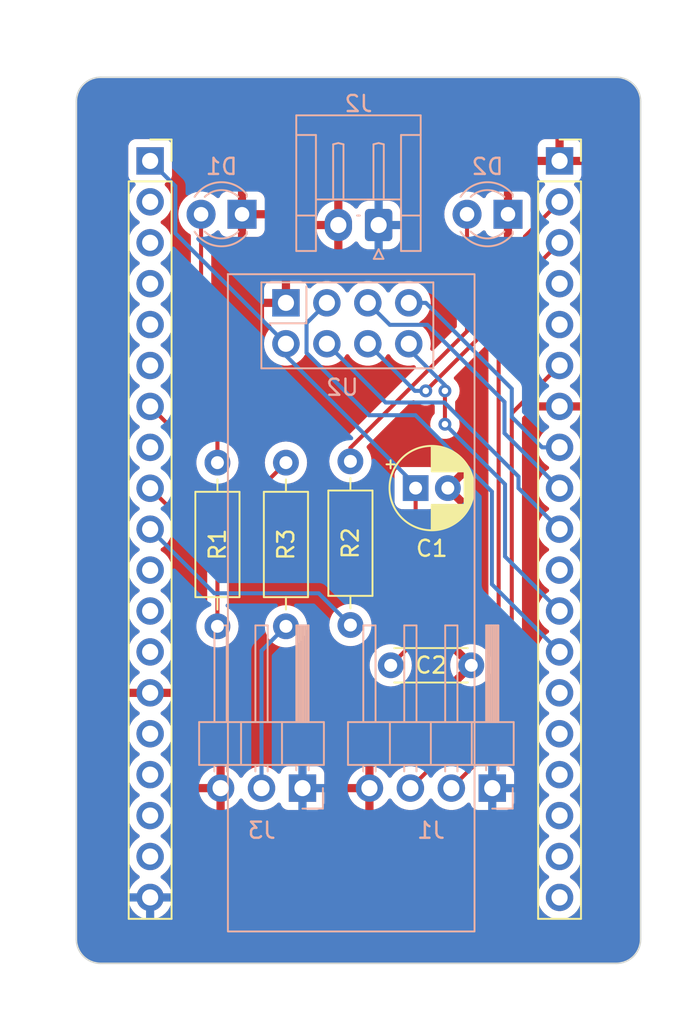
<source format=kicad_pcb>
(kicad_pcb (version 20221018) (generator pcbnew)
  (layers (0 "F.Cu" signal) (31 "B.Cu" signal) (34 "B.Paste" user) (35 "F.Paste" user) (36 "B.SilkS" user "B.Silkscreen") (37 "F.SilkS" user "F.Silkscreen") (38 "B.Mask" user) (39 "F.Mask" user) (44 "Edge.Cuts" user))
  (net 0 "")
  (net 1 "+5V")
  (net 2 "/SDA")
  (net 3 "/SCL")
  (net 4 "GND")
  (net 5 "+3.3V")
  (net 11 "Net-(D1-Pad2)")
  (net 13 "Net-(D2-Pad2)")
  (net 14 "/LEDSTRIPE")
  (net 23 "/MOSI")
  (net 26 "/MISO")
  (net 27 "/SCK")
  (net 28 "/~{CSN}")
  (net 29 "/IRQ")
  (net 30 "/CE")
  (net 37 "/LED1")
  (net 38 "/LED2")
  (net 39 "Net-(J3-Pad2)")
  (footprint "Resistor_THT:R_Axial_DIN0207_L6.3mm_D2.5mm_P10.16mm_Horizontal" (layer "F.Cu") (at 129.5 104.92 -90)
    (fp_text reference "R3" (at 5.08 0 90) (layer "F.SilkS"))
    (fp_text value "390R")
    (fp_line (start 1.04 0) (end 1.81 0) (stroke (width 0.12)) (layer "F.SilkS"))
    (fp_line (start 1.81 -1.37) (end 1.81 1.37) (stroke (width 0.12)) (layer "F.SilkS"))
    (fp_line (start 1.81 1.37) (end 8.35 1.37) (stroke (width 0.12)) (layer "F.SilkS"))
    (fp_line (start 8.35 -1.37) (end 1.81 -1.37) (stroke (width 0.12)) (layer "F.SilkS"))
    (fp_line (start 8.35 1.37) (end 8.35 -1.37) (stroke (width 0.12)) (layer "F.SilkS"))
    (fp_line (start 9.12 0) (end 8.35 0) (stroke (width 0.12)) (layer "F.SilkS"))
    (pad "1" thru_hole circle (at 0 0 270) (size 1.6 1.6) (drill 0.8) (layers "*.Cu" "*.Mask") (net 14 "/LEDSTRIPE"))
    (pad "2" thru_hole oval (at 10.16 0 270) (size 1.6 1.6) (drill 0.8) (layers "*.Cu" "*.Mask") (net 39 "Net-(J3-Pad2)"))
  )
  (footprint "Resistor_THT:R_Axial_DIN0207_L6.3mm_D2.5mm_P10.16mm_Horizontal" (layer "F.Cu") (at 133.5 115 90)
    (fp_text reference "R2" (at 5.08 0 90) (layer "F.SilkS"))
    (fp_text value "68R")
    (fp_line (start 1.04 0) (end 1.81 0) (stroke (width 0.12)) (layer "F.SilkS"))
    (fp_line (start 1.81 -1.37) (end 1.81 1.37) (stroke (width 0.12)) (layer "F.SilkS"))
    (fp_line (start 1.81 1.37) (end 8.35 1.37) (stroke (width 0.12)) (layer "F.SilkS"))
    (fp_line (start 8.35 -1.37) (end 1.81 -1.37) (stroke (width 0.12)) (layer "F.SilkS"))
    (fp_line (start 8.35 1.37) (end 8.35 -1.37) (stroke (width 0.12)) (layer "F.SilkS"))
    (fp_line (start 9.12 0) (end 8.35 0) (stroke (width 0.12)) (layer "F.SilkS"))
    (pad "1" thru_hole circle (at 0 0 90) (size 1.6 1.6) (drill 0.8) (layers "*.Cu" "*.Mask") (net 38 "/LED2"))
    (pad "2" thru_hole oval (at 10.16 0 90) (size 1.6 1.6) (drill 0.8) (layers "*.Cu" "*.Mask") (net 13 "Net-(D2-Pad2)"))
  )
  (footprint "Resistor_THT:R_Axial_DIN0207_L6.3mm_D2.5mm_P10.16mm_Horizontal" (layer "F.Cu") (at 125.25 115.08 90)
    (fp_text reference "R1" (at 5.08 0 90) (layer "F.SilkS"))
    (fp_text value "68R")
    (fp_line (start 1.04 0) (end 1.81 0) (stroke (width 0.12)) (layer "F.SilkS"))
    (fp_line (start 1.81 -1.37) (end 1.81 1.37) (stroke (width 0.12)) (layer "F.SilkS"))
    (fp_line (start 1.81 1.37) (end 8.35 1.37) (stroke (width 0.12)) (layer "F.SilkS"))
    (fp_line (start 8.35 -1.37) (end 1.81 -1.37) (stroke (width 0.12)) (layer "F.SilkS"))
    (fp_line (start 8.35 1.37) (end 8.35 -1.37) (stroke (width 0.12)) (layer "F.SilkS"))
    (fp_line (start 9.12 0) (end 8.35 0) (stroke (width 0.12)) (layer "F.SilkS"))
    (pad "1" thru_hole circle (at 0 0 90) (size 1.6 1.6) (drill 0.8) (layers "*.Cu" "*.Mask") (net 37 "/LED1"))
    (pad "2" thru_hole oval (at 10.16 0 90) (size 1.6 1.6) (drill 0.8) (layers "*.Cu" "*.Mask") (net 11 "Net-(D1-Pad2)"))
  )
  (footprint "Capacitor_THT:CP_Radial_D5.0mm_P2.00mm" (layer "F.Cu") (at 137.544888 106.5)
    (fp_text reference "C1" (at 1 3.75) (layer "F.SilkS"))
    (fp_text value "10uF")
    (fp_line (start -1.804775 -1.475) (end -1.304775 -1.475) (stroke (width 0.12)) (layer "F.SilkS"))
    (fp_line (start -1.554775 -1.725) (end -1.554775 -1.225) (stroke (width 0.12)) (layer "F.SilkS"))
    (fp_line (start 1 -2.58) (end 1 -1.04) (stroke (width 0.12)) (layer "F.SilkS"))
    (fp_line (start 1 1.04) (end 1 2.58) (stroke (width 0.12)) (layer "F.SilkS"))
    (fp_line (start 1.04 -2.58) (end 1.04 -1.04) (stroke (width 0.12)) (layer "F.SilkS"))
    (fp_line (start 1.04 1.04) (end 1.04 2.58) (stroke (width 0.12)) (layer "F.SilkS"))
    (fp_line (start 1.08 -2.579) (end 1.08 -1.04) (stroke (width 0.12)) (layer "F.SilkS"))
    (fp_line (start 1.08 1.04) (end 1.08 2.579) (stroke (width 0.12)) (layer "F.SilkS"))
    (fp_line (start 1.12 -2.578) (end 1.12 -1.04) (stroke (width 0.12)) (layer "F.SilkS"))
    (fp_line (start 1.12 1.04) (end 1.12 2.578) (stroke (width 0.12)) (layer "F.SilkS"))
    (fp_line (start 1.16 -2.576) (end 1.16 -1.04) (stroke (width 0.12)) (layer "F.SilkS"))
    (fp_line (start 1.16 1.04) (end 1.16 2.576) (stroke (width 0.12)) (layer "F.SilkS"))
    (fp_line (start 1.2 -2.573) (end 1.2 -1.04) (stroke (width 0.12)) (layer "F.SilkS"))
    (fp_line (start 1.2 1.04) (end 1.2 2.573) (stroke (width 0.12)) (layer "F.SilkS"))
    (fp_line (start 1.24 -2.569) (end 1.24 -1.04) (stroke (width 0.12)) (layer "F.SilkS"))
    (fp_line (start 1.24 1.04) (end 1.24 2.569) (stroke (width 0.12)) (layer "F.SilkS"))
    (fp_line (start 1.28 -2.565) (end 1.28 -1.04) (stroke (width 0.12)) (layer "F.SilkS"))
    (fp_line (start 1.28 1.04) (end 1.28 2.565) (stroke (width 0.12)) (layer "F.SilkS"))
    (fp_line (start 1.32 -2.561) (end 1.32 -1.04) (stroke (width 0.12)) (layer "F.SilkS"))
    (fp_line (start 1.32 1.04) (end 1.32 2.561) (stroke (width 0.12)) (layer "F.SilkS"))
    (fp_line (start 1.36 -2.556) (end 1.36 -1.04) (stroke (width 0.12)) (layer "F.SilkS"))
    (fp_line (start 1.36 1.04) (end 1.36 2.556) (stroke (width 0.12)) (layer "F.SilkS"))
    (fp_line (start 1.4 -2.55) (end 1.4 -1.04) (stroke (width 0.12)) (layer "F.SilkS"))
    (fp_line (start 1.4 1.04) (end 1.4 2.55) (stroke (width 0.12)) (layer "F.SilkS"))
    (fp_line (start 1.44 -2.543) (end 1.44 -1.04) (stroke (width 0.12)) (layer "F.SilkS"))
    (fp_line (start 1.44 1.04) (end 1.44 2.543) (stroke (width 0.12)) (layer "F.SilkS"))
    (fp_line (start 1.48 -2.536) (end 1.48 -1.04) (stroke (width 0.12)) (layer "F.SilkS"))
    (fp_line (start 1.48 1.04) (end 1.48 2.536) (stroke (width 0.12)) (layer "F.SilkS"))
    (fp_line (start 1.52 -2.528) (end 1.52 -1.04) (stroke (width 0.12)) (layer "F.SilkS"))
    (fp_line (start 1.52 1.04) (end 1.52 2.528) (stroke (width 0.12)) (layer "F.SilkS"))
    (fp_line (start 1.56 -2.52) (end 1.56 -1.04) (stroke (width 0.12)) (layer "F.SilkS"))
    (fp_line (start 1.56 1.04) (end 1.56 2.52) (stroke (width 0.12)) (layer "F.SilkS"))
    (fp_line (start 1.6 -2.511) (end 1.6 -1.04) (stroke (width 0.12)) (layer "F.SilkS"))
    (fp_line (start 1.6 1.04) (end 1.6 2.511) (stroke (width 0.12)) (layer "F.SilkS"))
    (fp_line (start 1.64 -2.501) (end 1.64 -1.04) (stroke (width 0.12)) (layer "F.SilkS"))
    (fp_line (start 1.64 1.04) (end 1.64 2.501) (stroke (width 0.12)) (layer "F.SilkS"))
    (fp_line (start 1.68 -2.491) (end 1.68 -1.04) (stroke (width 0.12)) (layer "F.SilkS"))
    (fp_line (start 1.68 1.04) (end 1.68 2.491) (stroke (width 0.12)) (layer "F.SilkS"))
    (fp_line (start 1.721 -2.48) (end 1.721 -1.04) (stroke (width 0.12)) (layer "F.SilkS"))
    (fp_line (start 1.721 1.04) (end 1.721 2.48) (stroke (width 0.12)) (layer "F.SilkS"))
    (fp_line (start 1.761 -2.468) (end 1.761 -1.04) (stroke (width 0.12)) (layer "F.SilkS"))
    (fp_line (start 1.761 1.04) (end 1.761 2.468) (stroke (width 0.12)) (layer "F.SilkS"))
    (fp_line (start 1.801 -2.455) (end 1.801 -1.04) (stroke (width 0.12)) (layer "F.SilkS"))
    (fp_line (start 1.801 1.04) (end 1.801 2.455) (stroke (width 0.12)) (layer "F.SilkS"))
    (fp_line (start 1.841 -2.442) (end 1.841 -1.04) (stroke (width 0.12)) (layer "F.SilkS"))
    (fp_line (start 1.841 1.04) (end 1.841 2.442) (stroke (width 0.12)) (layer "F.SilkS"))
    (fp_line (start 1.881 -2.428) (end 1.881 -1.04) (stroke (width 0.12)) (layer "F.SilkS"))
    (fp_line (start 1.881 1.04) (end 1.881 2.428) (stroke (width 0.12)) (layer "F.SilkS"))
    (fp_line (start 1.921 -2.414) (end 1.921 -1.04) (stroke (width 0.12)) (layer "F.SilkS"))
    (fp_line (start 1.921 1.04) (end 1.921 2.414) (stroke (width 0.12)) (layer "F.SilkS"))
    (fp_line (start 1.961 -2.398) (end 1.961 -1.04) (stroke (width 0.12)) (layer "F.SilkS"))
    (fp_line (start 1.961 1.04) (end 1.961 2.398) (stroke (width 0.12)) (layer "F.SilkS"))
    (fp_line (start 2.001 -2.382) (end 2.001 -1.04) (stroke (width 0.12)) (layer "F.SilkS"))
    (fp_line (start 2.001 1.04) (end 2.001 2.382) (stroke (width 0.12)) (layer "F.SilkS"))
    (fp_line (start 2.041 -2.365) (end 2.041 -1.04) (stroke (width 0.12)) (layer "F.SilkS"))
    (fp_line (start 2.041 1.04) (end 2.041 2.365) (stroke (width 0.12)) (layer "F.SilkS"))
    (fp_line (start 2.081 -2.348) (end 2.081 -1.04) (stroke (width 0.12)) (layer "F.SilkS"))
    (fp_line (start 2.081 1.04) (end 2.081 2.348) (stroke (width 0.12)) (layer "F.SilkS"))
    (fp_line (start 2.121 -2.329) (end 2.121 -1.04) (stroke (width 0.12)) (layer "F.SilkS"))
    (fp_line (start 2.121 1.04) (end 2.121 2.329) (stroke (width 0.12)) (layer "F.SilkS"))
    (fp_line (start 2.161 -2.31) (end 2.161 -1.04) (stroke (width 0.12)) (layer "F.SilkS"))
    (fp_line (start 2.161 1.04) (end 2.161 2.31) (stroke (width 0.12)) (layer "F.SilkS"))
    (fp_line (start 2.201 -2.29) (end 2.201 -1.04) (stroke (width 0.12)) (layer "F.SilkS"))
    (fp_line (start 2.201 1.04) (end 2.201 2.29) (stroke (width 0.12)) (layer "F.SilkS"))
    (fp_line (start 2.241 -2.268) (end 2.241 -1.04) (stroke (width 0.12)) (layer "F.SilkS"))
    (fp_line (start 2.241 1.04) (end 2.241 2.268) (stroke (width 0.12)) (layer "F.SilkS"))
    (fp_line (start 2.281 -2.247) (end 2.281 -1.04) (stroke (width 0.12)) (layer "F.SilkS"))
    (fp_line (start 2.281 1.04) (end 2.281 2.247) (stroke (width 0.12)) (layer "F.SilkS"))
    (fp_line (start 2.321 -2.224) (end 2.321 -1.04) (stroke (width 0.12)) (layer "F.SilkS"))
    (fp_line (start 2.321 1.04) (end 2.321 2.224) (stroke (width 0.12)) (layer "F.SilkS"))
    (fp_line (start 2.361 -2.2) (end 2.361 -1.04) (stroke (width 0.12)) (layer "F.SilkS"))
    (fp_line (start 2.361 1.04) (end 2.361 2.2) (stroke (width 0.12)) (layer "F.SilkS"))
    (fp_line (start 2.401 -2.175) (end 2.401 -1.04) (stroke (width 0.12)) (layer "F.SilkS"))
    (fp_line (start 2.401 1.04) (end 2.401 2.175) (stroke (width 0.12)) (layer "F.SilkS"))
    (fp_line (start 2.441 -2.149) (end 2.441 -1.04) (stroke (width 0.12)) (layer "F.SilkS"))
    (fp_line (start 2.441 1.04) (end 2.441 2.149) (stroke (width 0.12)) (layer "F.SilkS"))
    (fp_line (start 2.481 -2.122) (end 2.481 -1.04) (stroke (width 0.12)) (layer "F.SilkS"))
    (fp_line (start 2.481 1.04) (end 2.481 2.122) (stroke (width 0.12)) (layer "F.SilkS"))
    (fp_line (start 2.521 -2.095) (end 2.521 -1.04) (stroke (width 0.12)) (layer "F.SilkS"))
    (fp_line (start 2.521 1.04) (end 2.521 2.095) (stroke (width 0.12)) (layer "F.SilkS"))
    (fp_line (start 2.561 -2.065) (end 2.561 -1.04) (stroke (width 0.12)) (layer "F.SilkS"))
    (fp_line (start 2.561 1.04) (end 2.561 2.065) (stroke (width 0.12)) (layer "F.SilkS"))
    (fp_line (start 2.601 -2.035) (end 2.601 -1.04) (stroke (width 0.12)) (layer "F.SilkS"))
    (fp_line (start 2.601 1.04) (end 2.601 2.035) (stroke (width 0.12)) (layer "F.SilkS"))
    (fp_line (start 2.641 -2.004) (end 2.641 -1.04) (stroke (width 0.12)) (layer "F.SilkS"))
    (fp_line (start 2.641 1.04) (end 2.641 2.004) (stroke (width 0.12)) (layer "F.SilkS"))
    (fp_line (start 2.681 -1.971) (end 2.681 -1.04) (stroke (width 0.12)) (layer "F.SilkS"))
    (fp_line (start 2.681 1.04) (end 2.681 1.971) (stroke (width 0.12)) (layer "F.SilkS"))
    (fp_line (start 2.721 -1.937) (end 2.721 -1.04) (stroke (width 0.12)) (layer "F.SilkS"))
    (fp_line (start 2.721 1.04) (end 2.721 1.937) (stroke (width 0.12)) (layer "F.SilkS"))
    (fp_line (start 2.761 -1.901) (end 2.761 -1.04) (stroke (width 0.12)) (layer "F.SilkS"))
    (fp_line (start 2.761 1.04) (end 2.761 1.901) (stroke (width 0.12)) (layer "F.SilkS"))
    (fp_line (start 2.801 -1.864) (end 2.801 -1.04) (stroke (width 0.12)) (layer "F.SilkS"))
    (fp_line (start 2.801 1.04) (end 2.801 1.864) (stroke (width 0.12)) (layer "F.SilkS"))
    (fp_line (start 2.841 -1.826) (end 2.841 -1.04) (stroke (width 0.12)) (layer "F.SilkS"))
    (fp_line (start 2.841 1.04) (end 2.841 1.826) (stroke (width 0.12)) (layer "F.SilkS"))
    (fp_line (start 2.881 -1.785) (end 2.881 -1.04) (stroke (width 0.12)) (layer "F.SilkS"))
    (fp_line (start 2.881 1.04) (end 2.881 1.785) (stroke (width 0.12)) (layer "F.SilkS"))
    (fp_line (start 2.921 -1.743) (end 2.921 -1.04) (stroke (width 0.12)) (layer "F.SilkS"))
    (fp_line (start 2.921 1.04) (end 2.921 1.743) (stroke (width 0.12)) (layer "F.SilkS"))
    (fp_line (start 2.961 -1.699) (end 2.961 -1.04) (stroke (width 0.12)) (layer "F.SilkS"))
    (fp_line (start 2.961 1.04) (end 2.961 1.699) (stroke (width 0.12)) (layer "F.SilkS"))
    (fp_line (start 3.001 -1.653) (end 3.001 -1.04) (stroke (width 0.12)) (layer "F.SilkS"))
    (fp_line (start 3.001 1.04) (end 3.001 1.653) (stroke (width 0.12)) (layer "F.SilkS"))
    (fp_line (start 3.041 -1.605) (end 3.041 1.605) (stroke (width 0.12)) (layer "F.SilkS"))
    (fp_line (start 3.081 -1.554) (end 3.081 1.554) (stroke (width 0.12)) (layer "F.SilkS"))
    (fp_line (start 3.121 -1.5) (end 3.121 1.5) (stroke (width 0.12)) (layer "F.SilkS"))
    (fp_line (start 3.161 -1.443) (end 3.161 1.443) (stroke (width 0.12)) (layer "F.SilkS"))
    (fp_line (start 3.201 -1.383) (end 3.201 1.383) (stroke (width 0.12)) (layer "F.SilkS"))
    (fp_line (start 3.241 -1.319) (end 3.241 1.319) (stroke (width 0.12)) (layer "F.SilkS"))
    (fp_line (start 3.281 -1.251) (end 3.281 1.251) (stroke (width 0.12)) (layer "F.SilkS"))
    (fp_line (start 3.321 -1.178) (end 3.321 1.178) (stroke (width 0.12)) (layer "F.SilkS"))
    (fp_line (start 3.361 -1.098) (end 3.361 1.098) (stroke (width 0.12)) (layer "F.SilkS"))
    (fp_line (start 3.401 -1.011) (end 3.401 1.011) (stroke (width 0.12)) (layer "F.SilkS"))
    (fp_line (start 3.441 -0.915) (end 3.441 0.915) (stroke (width 0.12)) (layer "F.SilkS"))
    (fp_line (start 3.481 -0.805) (end 3.481 0.805) (stroke (width 0.12)) (layer "F.SilkS"))
    (fp_line (start 3.521 -0.677) (end 3.521 0.677) (stroke (width 0.12)) (layer "F.SilkS"))
    (fp_line (start 3.561 -0.518) (end 3.561 0.518) (stroke (width 0.12)) (layer "F.SilkS"))
    (fp_line (start 3.601 -0.284) (end 3.601 0.284) (stroke (width 0.12)) (layer "F.SilkS"))
    (fp_circle (center 1 0) (end 3.62 0) (stroke (width 0.12)) (fill none) (layer "F.SilkS"))
    (pad "1" thru_hole rect (at 0 0) (size 1.6 1.6) (drill 0.8) (layers "*.Cu" "*.Mask") (net 5 "+3.3V"))
    (pad "2" thru_hole circle (at 2 0) (size 1.6 1.6) (drill 0.8) (layers "*.Cu" "*.Mask") (net 4 "GND"))
  )
  (footprint "Capacitor_THT:C_Disc_D4.3mm_W1.9mm_P5.00mm" (layer "F.Cu") (at 136 117.5)
    (fp_text reference "C2" (at 2.5 0) (layer "F.SilkS"))
    (fp_text value "100nF")
    (fp_line (start 0.23 -1.07) (end 0.23 -1.055) (stroke (width 0.12)) (layer "F.SilkS"))
    (fp_line (start 0.23 -1.07) (end 4.77 -1.07) (stroke (width 0.12)) (layer "F.SilkS"))
    (fp_line (start 0.23 1.055) (end 0.23 1.07) (stroke (width 0.12)) (layer "F.SilkS"))
    (fp_line (start 0.23 1.07) (end 4.77 1.07) (stroke (width 0.12)) (layer "F.SilkS"))
    (fp_line (start 4.77 -1.07) (end 4.77 -1.055) (stroke (width 0.12)) (layer "F.SilkS"))
    (fp_line (start 4.77 1.055) (end 4.77 1.07) (stroke (width 0.12)) (layer "F.SilkS"))
    (pad "1" thru_hole circle (at 0 0) (size 1.6 1.6) (drill 0.8) (layers "*.Cu" "*.Mask") (net 5 "+3.3V"))
    (pad "2" thru_hole circle (at 5 0) (size 1.6 1.6) (drill 0.8) (layers "*.Cu" "*.Mask") (net 4 "GND"))
  )
  (footprint "ESP32-NodeMCU_WROOM_32:ESP32-NodeMCU_WROOM_32" (layer "F.Cu") (at 121.075 86.19)
    (fp_text reference "U1" hide)
    (fp_text value "ESP32-DEVKITC-32D")
    (fp_line (start -1.33 1.27) (end -1.33 47.05) (stroke (width 0.12)) (layer "F.SilkS"))
    (fp_line (start -1.33 1.27) (end 1.33 1.27) (stroke (width 0.12)) (layer "F.SilkS"))
    (fp_line (start -1.33 47.05) (end 1.33 47.05) (stroke (width 0.12)) (layer "F.SilkS"))
    (fp_line (start 0 -1.33) (end 1.33 -1.33) (stroke (width 0.12)) (layer "F.SilkS"))
    (fp_line (start 1.33 -1.33) (end 1.33 0) (stroke (width 0.12)) (layer "F.SilkS"))
    (fp_line (start 1.33 1.27) (end 1.33 47.05) (stroke (width 0.12)) (layer "F.SilkS"))
    (fp_line (start 24.07 1.27) (end 24.07 47.05) (stroke (width 0.12)) (layer "F.SilkS"))
    (fp_line (start 24.07 1.27) (end 26.73 1.27) (stroke (width 0.12)) (layer "F.SilkS"))
    (fp_line (start 24.07 47.05) (end 26.73 47.05) (stroke (width 0.12)) (layer "F.SilkS"))
    (fp_line (start 25.4 -1.33) (end 26.73 -1.33) (stroke (width 0.12)) (layer "F.SilkS"))
    (fp_line (start 26.73 -1.33) (end 26.73 0) (stroke (width 0.12)) (layer "F.SilkS"))
    (fp_line (start 26.73 1.27) (end 26.73 47.05) (stroke (width 0.12)) (layer "F.SilkS"))
    (pad "1" thru_hole rect (at 0 0) (size 1.7 1.7) (drill 1) (layers "*.Cu" "*.Mask") (net 5 "+3.3V"))
    (pad "2" thru_hole oval (at 0 2.54) (size 1.7 1.7) (drill 1) (layers "*.Cu" "*.Mask"))
    (pad "3" thru_hole oval (at 0 5.08) (size 1.7 1.7) (drill 1) (layers "*.Cu" "*.Mask"))
    (pad "4" thru_hole oval (at 0 7.62) (size 1.7 1.7) (drill 1) (layers "*.Cu" "*.Mask"))
    (pad "5" thru_hole oval (at 0 10.16) (size 1.7 1.7) (drill 1) (layers "*.Cu" "*.Mask"))
    (pad "6" thru_hole oval (at 0 12.7) (size 1.7 1.7) (drill 1) (layers "*.Cu" "*.Mask"))
    (pad "7" thru_hole oval (at 0 15.24) (size 1.7 1.7) (drill 1) (layers "*.Cu" "*.Mask") (net 14 "/LEDSTRIPE"))
    (pad "8" thru_hole oval (at 0 17.78) (size 1.7 1.7) (drill 1) (layers "*.Cu" "*.Mask"))
    (pad "9" thru_hole oval (at 0 20.32) (size 1.7 1.7) (drill 1) (layers "*.Cu" "*.Mask") (net 37 "/LED1"))
    (pad "10" thru_hole oval (at 0 22.86) (size 1.7 1.7) (drill 1) (layers "*.Cu" "*.Mask") (net 38 "/LED2"))
    (pad "11" thru_hole oval (at 0 25.4) (size 1.7 1.7) (drill 1) (layers "*.Cu" "*.Mask"))
    (pad "12" thru_hole oval (at 0 27.94) (size 1.7 1.7) (drill 1) (layers "*.Cu" "*.Mask"))
    (pad "13" thru_hole oval (at 0 30.48) (size 1.7 1.7) (drill 1) (layers "*.Cu" "*.Mask"))
    (pad "14" thru_hole oval (at 0 33.02) (size 1.7 1.7) (drill 1) (layers "*.Cu" "*.Mask") (net 4 "GND"))
    (pad "15" thru_hole oval (at 0 35.56) (size 1.7 1.7) (drill 1) (layers "*.Cu" "*.Mask"))
    (pad "16" thru_hole oval (at 0 38.1) (size 1.7 1.7) (drill 1) (layers "*.Cu" "*.Mask"))
    (pad "17" thru_hole oval (at 0 40.64) (size 1.7 1.7) (drill 1) (layers "*.Cu" "*.Mask"))
    (pad "18" thru_hole oval (at 0 43.18) (size 1.7 1.7) (drill 1) (layers "*.Cu" "*.Mask"))
    (pad "19" thru_hole oval (at 0 45.72) (size 1.7 1.7) (drill 1) (layers "*.Cu" "*.Mask") (net 1 "+5V"))
    (pad "20" thru_hole oval (at 25.4 45.72) (size 1.7 1.7) (drill 1) (layers "*.Cu" "*.Mask"))
    (pad "21" thru_hole oval (at 25.4 43.18) (size 1.7 1.7) (drill 1) (layers "*.Cu" "*.Mask"))
    (pad "22" thru_hole oval (at 25.4 40.64) (size 1.7 1.7) (drill 1) (layers "*.Cu" "*.Mask"))
    (pad "23" thru_hole oval (at 25.4 38.1) (size 1.7 1.7) (drill 1) (layers "*.Cu" "*.Mask"))
    (pad "24" thru_hole oval (at 25.4 35.56) (size 1.7 1.7) (drill 1) (layers "*.Cu" "*.Mask"))
    (pad "25" thru_hole oval (at 25.4 33.02) (size 1.7 1.7) (drill 1) (layers "*.Cu" "*.Mask"))
    (pad "26" thru_hole oval (at 25.4 30.48) (size 1.7 1.7) (drill 1) (layers "*.Cu" "*.Mask") (net 30 "/CE"))
    (pad "27" thru_hole oval (at 25.4 27.94) (size 1.7 1.7) (drill 1) (layers "*.Cu" "*.Mask") (net 29 "/IRQ"))
    (pad "28" thru_hole oval (at 25.4 25.4) (size 1.7 1.7) (drill 1) (layers "*.Cu" "*.Mask"))
    (pad "29" thru_hole oval (at 25.4 22.86) (size 1.7 1.7) (drill 1) (layers "*.Cu" "*.Mask") (net 28 "/~{CSN}"))
    (pad "30" thru_hole oval (at 25.4 20.32) (size 1.7 1.7) (drill 1) (layers "*.Cu" "*.Mask") (net 27 "/SCK"))
    (pad "31" thru_hole oval (at 25.4 17.78) (size 1.7 1.7) (drill 1) (layers "*.Cu" "*.Mask") (net 26 "/MISO"))
    (pad "32" thru_hole oval (at 25.4 15.24) (size 1.7 1.7) (drill 1) (layers "*.Cu" "*.Mask") (net 4 "GND"))
    (pad "33" thru_hole oval (at 25.4 12.7) (size 1.7 1.7) (drill 1) (layers "*.Cu" "*.Mask") (net 2 "/SDA"))
    (pad "34" thru_hole oval (at 25.4 10.16) (size 1.7 1.7) (drill 1) (layers "*.Cu" "*.Mask"))
    (pad "35" thru_hole oval (at 25.4 7.62) (size 1.7 1.7) (drill 1) (layers "*.Cu" "*.Mask"))
    (pad "36" thru_hole oval (at 25.4 5.08) (size 1.7 1.7) (drill 1) (layers "*.Cu" "*.Mask") (net 3 "/SCL"))
    (pad "37" thru_hole oval (at 25.4 2.54) (size 1.7 1.7) (drill 1) (layers "*.Cu" "*.Mask") (net 23 "/MOSI"))
    (pad "38" thru_hole rect (at 25.4 0) (size 1.7 1.7) (drill 1) (layers "*.Cu" "*.Mask") (net 4 "GND"))
  )
  (footprint "LED_THT:LED_D3.0mm" (layer "B.Cu") (at 143.275 89.5 180)
    (fp_text reference "D2" (at 1.27 2.96) (layer "B.SilkS") (effects (justify mirror)))
    (fp_text value "LED")
    (fp_line (start -0.29 -1.08) (end -0.29 -1.236) (stroke (width 0.12)) (layer "B.SilkS"))
    (fp_line (start -0.29 1.236) (end -0.29 1.08) (stroke (width 0.12)) (layer "B.SilkS"))
    (fp_arc (start -0.29 -1.235516) (mid 1.366487 -1.987659) (end 2.942335 -1.078608) (stroke (width 0.12)) (layer "B.SilkS"))
    (fp_arc (start 0.229039 -1.08) (mid 1.270117 -1.5) (end 2.31113 -1.079837) (stroke (width 0.12)) (layer "B.SilkS"))
    (fp_arc (start 2.31113 1.079837) (mid 1.270117 1.5) (end 0.229039 1.08) (stroke (width 0.12)) (layer "B.SilkS"))
    (fp_arc (start 2.942335 1.078608) (mid 1.366487 1.987659) (end -0.29 1.235516) (stroke (width 0.12)) (layer "B.SilkS"))
    (pad "1" thru_hole rect (at 0 0 180) (size 1.8 1.8) (drill 0.9) (layers "*.Cu" "*.Mask") (net 4 "GND"))
    (pad "2" thru_hole circle (at 2.54 0 180) (size 1.8 1.8) (drill 0.9) (layers "*.Cu" "*.Mask") (net 13 "Net-(D2-Pad2)"))
  )
  (footprint "nRF24L01+PA+LNA_Breakout:nRF24L01+PA+LNA_Breakout" (layer "B.Cu") (at 129.5 95 -90)
    (fp_text reference "U2" (at 5.25 -3.5 180) (layer "B.SilkS") (effects (justify mirror)))
    (fp_text value "NRF24L01_Breakout")
    (fp_line (start -1.27 -9.144) (end -1.27 -9.144) (stroke (width 0.12)) (layer "B.SilkS"))
    (fp_line (start -1.27 -9.144) (end -1.27 1.524) (stroke (width 0.12)) (layer "B.SilkS"))
    (fp_line (start -1.27 1.524) (end -1.27 1.524) (stroke (width 0.12)) (layer "B.SilkS"))
    (fp_line (start -1.27 1.524) (end 4.064 1.524) (stroke (width 0.12)) (layer "B.SilkS"))
    (fp_line (start -1.016 -1.27) (end -1.016 -1.27) (stroke (width 0.12)) (layer "B.SilkS"))
    (fp_line (start 1.27 -1.27) (end -1.016 -1.27) (stroke (width 0.12)) (layer "B.SilkS"))
    (fp_line (start 1.27 1.016) (end 1.27 -1.27) (stroke (width 0.12)) (layer "B.SilkS"))
    (fp_line (start 4.064 -9.144) (end -1.27 -9.144) (stroke (width 0.12)) (layer "B.SilkS"))
    (fp_line (start 4.064 1.524) (end 4.064 -9.144) (stroke (width 0.12)) (layer "B.SilkS"))
    (fp_rect (start -1.778 3.6) (end 39.022 -11.7) (stroke (width 0.12)) (fill none) (layer "B.SilkS"))
    (pad "1" thru_hole rect (at 0 0 270) (size 1.7 1.7) (drill 1) (layers "*.Cu" "*.Mask") (net 4 "GND"))
    (pad "2" thru_hole circle (at 2.54 0 270) (size 1.7 1.7) (drill 1) (layers "*.Cu" "*.Mask") (net 5 "+3.3V"))
    (pad "3" thru_hole circle (at 0 -2.54 270) (size 1.7 1.7) (drill 1) (layers "*.Cu" "*.Mask") (net 30 "/CE"))
    (pad "4" thru_hole circle (at 2.54 -2.54 270) (size 1.7 1.7) (drill 1) (layers "*.Cu" "*.Mask") (net 28 "/~{CSN}"))
    (pad "5" thru_hole circle (at 0 -5.08 270) (size 1.7 1.7) (drill 1) (layers "*.Cu" "*.Mask") (net 27 "/SCK"))
    (pad "6" thru_hole circle (at 2.54 -5.08 270) (size 1.7 1.7) (drill 1) (layers "*.Cu" "*.Mask") (net 23 "/MOSI"))
    (pad "7" thru_hole circle (at 0 -7.62 270) (size 1.7 1.7) (drill 1) (layers "*.Cu" "*.Mask") (net 26 "/MISO"))
    (pad "8" thru_hole circle (at 2.54 -7.62 270) (size 1.7 1.7) (drill 1) (layers "*.Cu" "*.Mask") (net 29 "/IRQ"))
  )
  (footprint "Connector_PinHeader_2.54mm:PinHeader_1x04_P2.54mm_Horizontal" (layer "B.Cu") (at 142.3 125.125 90)
    (fp_text reference "J1" (at -2.625 -3.8) (layer "B.SilkS") (effects (justify mirror)))
    (fp_text value "I2C")
    (fp_line (start -1.27 0) (end -1.27 1.27) (stroke (width 0.12)) (layer "B.SilkS"))
    (fp_line (start -1.27 1.27) (end 0 1.27) (stroke (width 0.12)) (layer "B.SilkS"))
    (fp_line (start 1.042929 -8) (end 1.44 -8) (stroke (width 0.12)) (layer "B.SilkS"))
    (fp_line (start 1.042929 -7.24) (end 1.44 -7.24) (stroke (width 0.12)) (layer "B.SilkS"))
    (fp_line (start 1.042929 -5.46) (end 1.44 -5.46) (stroke (width 0.12)) (layer "B.SilkS"))
    (fp_line (start 1.042929 -4.7) (end 1.44 -4.7) (stroke (width 0.12)) (layer "B.SilkS"))
    (fp_line (start 1.042929 -2.92) (end 1.44 -2.92) (stroke (width 0.12)) (layer "B.SilkS"))
    (fp_line (start 1.042929 -2.16) (end 1.44 -2.16) (stroke (width 0.12)) (layer "B.SilkS"))
    (fp_line (start 1.11 -0.38) (end 1.44 -0.38) (stroke (width 0.12)) (layer "B.SilkS"))
    (fp_line (start 1.11 0.38) (end 1.44 0.38) (stroke (width 0.12)) (layer "B.SilkS"))
    (fp_line (start 1.44 -8.95) (end 4.1 -8.95) (stroke (width 0.12)) (layer "B.SilkS"))
    (fp_line (start 1.44 -6.35) (end 4.1 -6.35) (stroke (width 0.12)) (layer "B.SilkS"))
    (fp_line (start 1.44 -3.81) (end 4.1 -3.81) (stroke (width 0.12)) (layer "B.SilkS"))
    (fp_line (start 1.44 -1.27) (end 4.1 -1.27) (stroke (width 0.12)) (layer "B.SilkS"))
    (fp_line (start 1.44 1.33) (end 1.44 -8.95) (stroke (width 0.12)) (layer "B.SilkS"))
    (fp_line (start 4.1 -8.95) (end 4.1 1.33) (stroke (width 0.12)) (layer "B.SilkS"))
    (fp_line (start 4.1 -7.24) (end 10.1 -7.24) (stroke (width 0.12)) (layer "B.SilkS"))
    (fp_line (start 4.1 -4.7) (end 10.1 -4.7) (stroke (width 0.12)) (layer "B.SilkS"))
    (fp_line (start 4.1 -2.16) (end 10.1 -2.16) (stroke (width 0.12)) (layer "B.SilkS"))
    (fp_line (start 4.1 -0.28) (end 10.1 -0.28) (stroke (width 0.12)) (layer "B.SilkS"))
    (fp_line (start 4.1 -0.16) (end 10.1 -0.16) (stroke (width 0.12)) (layer "B.SilkS"))
    (fp_line (start 4.1 -0.04) (end 10.1 -0.04) (stroke (width 0.12)) (layer "B.SilkS"))
    (fp_line (start 4.1 0.08) (end 10.1 0.08) (stroke (width 0.12)) (layer "B.SilkS"))
    (fp_line (start 4.1 0.2) (end 10.1 0.2) (stroke (width 0.12)) (layer "B.SilkS"))
    (fp_line (start 4.1 0.32) (end 10.1 0.32) (stroke (width 0.12)) (layer "B.SilkS"))
    (fp_line (start 4.1 0.38) (end 10.1 0.38) (stroke (width 0.12)) (layer "B.SilkS"))
    (fp_line (start 4.1 1.33) (end 1.44 1.33) (stroke (width 0.12)) (layer "B.SilkS"))
    (fp_line (start 10.1 -8) (end 4.1 -8) (stroke (width 0.12)) (layer "B.SilkS"))
    (fp_line (start 10.1 -7.24) (end 10.1 -8) (stroke (width 0.12)) (layer "B.SilkS"))
    (fp_line (start 10.1 -5.46) (end 4.1 -5.46) (stroke (width 0.12)) (layer "B.SilkS"))
    (fp_line (start 10.1 -4.7) (end 10.1 -5.46) (stroke (width 0.12)) (layer "B.SilkS"))
    (fp_line (start 10.1 -2.92) (end 4.1 -2.92) (stroke (width 0.12)) (layer "B.SilkS"))
    (fp_line (start 10.1 -2.16) (end 10.1 -2.92) (stroke (width 0.12)) (layer "B.SilkS"))
    (fp_line (start 10.1 -0.38) (end 4.1 -0.38) (stroke (width 0.12)) (layer "B.SilkS"))
    (fp_line (start 10.1 0.38) (end 10.1 -0.38) (stroke (width 0.12)) (layer "B.SilkS"))
    (pad "1" thru_hole rect (at 0 0 90) (size 1.7 1.7) (drill 1) (layers "*.Cu" "*.Mask") (net 1 "+5V"))
    (pad "2" thru_hole oval (at 0 -2.54 90) (size 1.7 1.7) (drill 1) (layers "*.Cu" "*.Mask") (net 2 "/SDA"))
    (pad "3" thru_hole oval (at 0 -5.08 90) (size 1.7 1.7) (drill 1) (layers "*.Cu" "*.Mask") (net 3 "/SCL"))
    (pad "4" thru_hole oval (at 0 -7.62 90) (size 1.7 1.7) (drill 1) (layers "*.Cu" "*.Mask") (net 4 "GND"))
  )
  (footprint "Connector_JST:JST_EH_S2B-EH_1x02_P2.50mm_Horizontal" (layer "B.Cu") (at 135.25 90.17 180)
    (fp_text reference "J2" (at 1.25 7.5325) (layer "B.SilkS") (effects (justify mirror)))
    (fp_text value "Power")
    (fp_line (start -2.61 -1.61) (end -2.61 6.81) (stroke (width 0.12)) (layer "B.SilkS"))
    (fp_line (start -2.61 5.59) (end -1.39 5.59) (stroke (width 0.12)) (layer "B.SilkS"))
    (fp_line (start -2.61 6.81) (end 5.11 6.81) (stroke (width 0.12)) (layer "B.SilkS"))
    (fp_line (start -1.39 -1.61) (end -2.61 -1.61) (stroke (width 0.12)) (layer "B.SilkS"))
    (fp_line (start -1.39 0.59) (end -2.61 0.59) (stroke (width 0.12)) (layer "B.SilkS"))
    (fp_line (start -1.39 0.59) (end -1.39 -1.61) (stroke (width 0.12)) (layer "B.SilkS"))
    (fp_line (start -1.39 1.59) (end 3.89 1.59) (stroke (width 0.12)) (layer "B.SilkS"))
    (fp_line (start -1.39 5.59) (end -1.39 0.59) (stroke (width 0.12)) (layer "B.SilkS"))
    (fp_line (start -0.32 1.59) (end -0.32 5.01) (stroke (width 0.12)) (layer "B.SilkS"))
    (fp_line (start -0.32 5.01) (end 0 5.09) (stroke (width 0.12)) (layer "B.SilkS"))
    (fp_line (start -0.3 -2.1) (end 0.3 -2.1) (stroke (width 0.12)) (layer "B.SilkS"))
    (fp_line (start 0 -1.5) (end -0.3 -2.1) (stroke (width 0.12)) (layer "B.SilkS"))
    (fp_line (start 0 1.59) (end -0.32 1.59) (stroke (width 0.12)) (layer "B.SilkS"))
    (fp_line (start 0 5.09) (end 0.32 5.01) (stroke (width 0.12)) (layer "B.SilkS"))
    (fp_line (start 0.3 -2.1) (end 0 -1.5) (stroke (width 0.12)) (layer "B.SilkS"))
    (fp_line (start 0.32 1.59) (end 0 1.59) (stroke (width 0.12)) (layer "B.SilkS"))
    (fp_line (start 0.32 5.01) (end 0.32 1.59) (stroke (width 0.12)) (layer "B.SilkS"))
    (fp_line (start 1.17 0.59) (end 1.33 0.59) (stroke (width 0.12)) (layer "B.SilkS"))
    (fp_line (start 2.18 1.59) (end 2.18 5.01) (stroke (width 0.12)) (layer "B.SilkS"))
    (fp_line (start 2.18 5.01) (end 2.5 5.09) (stroke (width 0.12)) (layer "B.SilkS"))
    (fp_line (start 2.5 1.59) (end 2.18 1.59) (stroke (width 0.12)) (layer "B.SilkS"))
    (fp_line (start 2.5 5.09) (end 2.82 5.01) (stroke (width 0.12)) (layer "B.SilkS"))
    (fp_line (start 2.82 1.59) (end 2.5 1.59) (stroke (width 0.12)) (layer "B.SilkS"))
    (fp_line (start 2.82 5.01) (end 2.82 1.59) (stroke (width 0.12)) (layer "B.SilkS"))
    (fp_line (start 3.89 -1.61) (end 3.89 0.59) (stroke (width 0.12)) (layer "B.SilkS"))
    (fp_line (start 3.89 0.59) (end 5.11 0.59) (stroke (width 0.12)) (layer "B.SilkS"))
    (fp_line (start 3.89 5.59) (end 3.89 0.59) (stroke (width 0.12)) (layer "B.SilkS"))
    (fp_line (start 5.11 -1.61) (end 3.89 -1.61) (stroke (width 0.12)) (layer "B.SilkS"))
    (fp_line (start 5.11 5.59) (end 3.89 5.59) (stroke (width 0.12)) (layer "B.SilkS"))
    (fp_line (start 5.11 6.81) (end 5.11 -1.61) (stroke (width 0.12)) (layer "B.SilkS"))
    (pad "1" thru_hole roundrect (at 0 0 180) (size 1.7 2) (drill 1) (layers "*.Cu" "*.Mask") (roundrect_rratio 0.1470588235) (net 1 "+5V"))
    (pad "2" thru_hole oval (at 2.5 0 180) (size 1.7 2) (drill 1) (layers "*.Cu" "*.Mask") (net 4 "GND"))
  )
  (footprint "Connector_PinHeader_2.54mm:PinHeader_1x03_P2.54mm_Horizontal" (layer "B.Cu") (at 130.525 125.125 90)
    (fp_text reference "J3" (at -2.625 -2.525) (layer "B.SilkS") (effects (justify mirror)))
    (fp_text value "Conn_01x03_Male")
    (fp_line (start -1.27 0) (end -1.27 1.27) (stroke (width 0.12)) (layer "B.SilkS"))
    (fp_line (start -1.27 1.27) (end 0 1.27) (stroke (width 0.12)) (layer "B.SilkS"))
    (fp_line (start 1.042929 -5.46) (end 1.44 -5.46) (stroke (width 0.12)) (layer "B.SilkS"))
    (fp_line (start 1.042929 -4.7) (end 1.44 -4.7) (stroke (width 0.12)) (layer "B.SilkS"))
    (fp_line (start 1.042929 -2.92) (end 1.44 -2.92) (stroke (width 0.12)) (layer "B.SilkS"))
    (fp_line (start 1.042929 -2.16) (end 1.44 -2.16) (stroke (width 0.12)) (layer "B.SilkS"))
    (fp_line (start 1.11 -0.38) (end 1.44 -0.38) (stroke (width 0.12)) (layer "B.SilkS"))
    (fp_line (start 1.11 0.38) (end 1.44 0.38) (stroke (width 0.12)) (layer "B.SilkS"))
    (fp_line (start 1.44 -6.41) (end 4.1 -6.41) (stroke (width 0.12)) (layer "B.SilkS"))
    (fp_line (start 1.44 -3.81) (end 4.1 -3.81) (stroke (width 0.12)) (layer "B.SilkS"))
    (fp_line (start 1.44 -1.27) (end 4.1 -1.27) (stroke (width 0.12)) (layer "B.SilkS"))
    (fp_line (start 1.44 1.33) (end 1.44 -6.41) (stroke (width 0.12)) (layer "B.SilkS"))
    (fp_line (start 4.1 -6.41) (end 4.1 1.33) (stroke (width 0.12)) (layer "B.SilkS"))
    (fp_line (start 4.1 -4.7) (end 10.1 -4.7) (stroke (width 0.12)) (layer "B.SilkS"))
    (fp_line (start 4.1 -2.16) (end 10.1 -2.16) (stroke (width 0.12)) (layer "B.SilkS"))
    (fp_line (start 4.1 -0.28) (end 10.1 -0.28) (stroke (width 0.12)) (layer "B.SilkS"))
    (fp_line (start 4.1 -0.16) (end 10.1 -0.16) (stroke (width 0.12)) (layer "B.SilkS"))
    (fp_line (start 4.1 -0.04) (end 10.1 -0.04) (stroke (width 0.12)) (layer "B.SilkS"))
    (fp_line (start 4.1 0.08) (end 10.1 0.08) (stroke (width 0.12)) (layer "B.SilkS"))
    (fp_line (start 4.1 0.2) (end 10.1 0.2) (stroke (width 0.12)) (layer "B.SilkS"))
    (fp_line (start 4.1 0.32) (end 10.1 0.32) (stroke (width 0.12)) (layer "B.SilkS"))
    (fp_line (start 4.1 0.38) (end 10.1 0.38) (stroke (width 0.12)) (layer "B.SilkS"))
    (fp_line (start 4.1 1.33) (end 1.44 1.33) (stroke (width 0.12)) (layer "B.SilkS"))
    (fp_line (start 10.1 -5.46) (end 4.1 -5.46) (stroke (width 0.12)) (layer "B.SilkS"))
    (fp_line (start 10.1 -4.7) (end 10.1 -5.46) (stroke (width 0.12)) (layer "B.SilkS"))
    (fp_line (start 10.1 -2.92) (end 4.1 -2.92) (stroke (width 0.12)) (layer "B.SilkS"))
    (fp_line (start 10.1 -2.16) (end 10.1 -2.92) (stroke (width 0.12)) (layer "B.SilkS"))
    (fp_line (start 10.1 -0.38) (end 4.1 -0.38) (stroke (width 0.12)) (layer "B.SilkS"))
    (fp_line (start 10.1 0.38) (end 10.1 -0.38) (stroke (width 0.12)) (layer "B.SilkS"))
    (pad "1" thru_hole rect (at 0 0 90) (size 1.7 1.7) (drill 1) (layers "*.Cu" "*.Mask") (net 1 "+5V"))
    (pad "2" thru_hole oval (at 0 -2.54 90) (size 1.7 1.7) (drill 1) (layers "*.Cu" "*.Mask") (net 39 "Net-(J3-Pad2)"))
    (pad "3" thru_hole oval (at 0 -5.08 90) (size 1.7 1.7) (drill 1) (layers "*.Cu" "*.Mask") (net 4 "GND"))
  )
  (footprint "LED_THT:LED_D3.0mm" (layer "B.Cu") (at 126.775 89.5 180)
    (fp_text reference "D1" (at 1.27 2.96) (layer "B.SilkS") (effects (justify mirror)))
    (fp_text value "LED")
    (fp_line (start -0.29 -1.08) (end -0.29 -1.236) (stroke (width 0.12)) (layer "B.SilkS"))
    (fp_line (start -0.29 1.236) (end -0.29 1.08) (stroke (width 0.12)) (layer "B.SilkS"))
    (fp_arc (start -0.29 -1.235516) (mid 1.366487 -1.987659) (end 2.942335 -1.078608) (stroke (width 0.12)) (layer "B.SilkS"))
    (fp_arc (start 0.229039 -1.08) (mid 1.270117 -1.5) (end 2.31113 -1.079837) (stroke (width 0.12)) (layer "B.SilkS"))
    (fp_arc (start 2.31113 1.079837) (mid 1.270117 1.5) (end 0.229039 1.08) (stroke (width 0.12)) (layer "B.SilkS"))
    (fp_arc (start 2.942335 1.078608) (mid 1.366487 1.987659) (end -0.29 1.235516) (stroke (width 0.12)) (layer "B.SilkS"))
    (pad "1" thru_hole rect (at 0 0 180) (size 1.8 1.8) (drill 0.9) (layers "*.Cu" "*.Mask") (net 4 "GND"))
    (pad "2" thru_hole circle (at 2.54 0 180) (size 1.8 1.8) (drill 0.9) (layers "*.Cu" "*.Mask") (net 11 "Net-(D1-Pad2)"))
  )
  (gr_line (start 116.5 134.5) (end 116.5 82.5) (stroke (width 0.1)) (layer "Edge.Cuts"))
  (gr_arc (start 150 81) (mid 151.06066 81.43934) (end 151.5 82.5) (stroke (width 0.1)) (layer "Edge.Cuts"))
  (gr_arc (start 151.5 134.5) (mid 151.06066 135.56066) (end 150 136) (stroke (width 0.1)) (layer "Edge.Cuts"))
  (gr_arc (start 118 136) (mid 116.93934 135.56066) (end 116.5 134.5) (stroke (width 0.1)) (layer "Edge.Cuts"))
  (gr_line (start 118 81) (end 150 81) (stroke (width 0.1)) (layer "Edge.Cuts"))
  (gr_line (start 118 136) (end 150 136) (stroke (width 0.1)) (layer "Edge.Cuts"))
  (gr_arc (start 116.5 82.5) (mid 116.93934 81.43934) (end 118 81) (stroke (width 0.1)) (layer "Edge.Cuts"))
  (gr_line (start 151.5 82.5) (end 151.5 134.5) (stroke (width 0.1)) (layer "Edge.Cuts"))
  (segment (start 143.51 121.375) (end 139.76 125.125) (width 0.25) (layer "F.Cu") (net 2))
  (segment (start 143.51 101.855) (end 143.51 121.375) (width 0.25) (layer "F.Cu") (net 2))
  (segment (start 146.475 98.89) (end 143.51 101.855) (width 0.25) (layer "F.Cu") (net 2))
  (segment (start 142.69638 119.64862) (end 137.22 125.125) (width 0.25) (layer "F.Cu") (net 3))
  (segment (start 144.78 94.658104) (end 142.69638 96.741724) (width 0.25) (layer "F.Cu") (net 3))
  (segment (start 142.69638 96.741724) (end 142.69638 119.64862) (width 0.25) (layer "F.Cu") (net 3))
  (segment (start 146.475 91.27) (end 144.78 92.965) (width 0.25) (layer "F.Cu") (net 3))
  (segment (start 144.78 92.965) (end 144.78 94.658104) (width 0.25) (layer "F.Cu") (net 3))
  (segment (start 137.544888 106.5) (end 137.544888 115.955112) (width 0.25) (layer "F.Cu") (net 5))
  (segment (start 137.544888 115.955112) (end 136 117.5) (width 0.25) (layer "F.Cu") (net 5))
  (segment (start 129.5 98.28) (end 129.5 97.54) (width 0.25) (layer "B.Cu") (net 5))
  (segment (start 122.639772 90.679772) (end 122.639772 87.754772) (width 0.25) (layer "B.Cu") (net 5))
  (segment (start 129.5 97.54) (end 122.639772 90.679772) (width 0.25) (layer "B.Cu") (net 5))
  (segment (start 137.544888 106.324888) (end 129.5 98.28) (width 0.25) (layer "B.Cu") (net 5))
  (segment (start 122.639772 87.754772) (end 121.075 86.19) (width 0.25) (layer "B.Cu") (net 5))
  (segment (start 137.544888 106.5) (end 137.544888 106.324888) (width 0.25) (layer "B.Cu") (net 5))
  (segment (start 125.25 100) (end 124.235 98.985) (width 0.25) (layer "F.Cu") (net 11))
  (segment (start 124.235 98.985) (end 124.235 89.5) (width 0.25) (layer "F.Cu") (net 11))
  (segment (start 125.25 104.92) (end 125.25 100) (width 0.25) (layer "F.Cu") (net 11))
  (segment (start 140.735 96.765) (end 140.735 89.5) (width 0.25) (layer "F.Cu") (net 13))
  (segment (start 133.5 104) (end 140.735 96.765) (width 0.25) (layer "F.Cu") (net 13))
  (segment (start 133.5 104.84) (end 133.5 104) (width 0.25) (layer "F.Cu") (net 13))
  (segment (start 122.832174 106.462174) (end 122.832174 103.187174) (width 0.25) (layer "F.Cu") (net 14))
  (segment (start 129.5 104.92) (end 126.75 107.67) (width 0.25) (layer "F.Cu") (net 14))
  (segment (start 124.04 107.67) (end 122.832174 106.462174) (width 0.25) (layer "F.Cu") (net 14))
  (segment (start 122.832174 103.187174) (end 121.075 101.43) (width 0.25) (layer "F.Cu") (net 14))
  (segment (start 126.75 107.67) (end 124.04 107.67) (width 0.25) (layer "F.Cu") (net 14))
  (segment (start 138.173849 100.463201) (end 144.33 94.30705) (width 0.25) (layer "F.Cu") (net 23))
  (segment (start 144.33 94.30705) (end 144.33 90.875) (width 0.25) (layer "F.Cu") (net 23))
  (segment (start 144.33 90.875) (end 146.475 88.73) (width 0.25) (layer "F.Cu") (net 23))
  (via (at 138.173849 100.463201) (size 0.8) (drill 0.4) (layers "F.Cu" "B.Cu") (net 23))
  (segment (start 138.173849 100.463201) (end 137.503201 100.463201) (width 0.25) (layer "B.Cu") (net 23))
  (segment (start 137.503201 100.463201) (end 134.58 97.54) (width 0.25) (layer "B.Cu") (net 23))
  (segment (start 138.18 95) (end 143.51 100.33) (width 0.25) (layer "B.Cu") (net 26))
  (segment (start 143.51 102.08625) (end 145.39375 103.97) (width 0.25) (layer "B.Cu") (net 26))
  (segment (start 145.39375 103.97) (end 146.475 103.97) (width 0.25) (layer "B.Cu") (net 26))
  (segment (start 143.51 100.33) (end 143.51 102.08625) (width 0.25) (layer "B.Cu") (net 26))
  (segment (start 137.12 95) (end 138.18 95) (width 0.25) (layer "B.Cu") (net 26))
  (segment (start 143.06 101.15) (end 138.275 96.365) (width 0.25) (layer "B.Cu") (net 27))
  (segment (start 138.275 96.365) (end 135.945 96.365) (width 0.25) (layer "B.Cu") (net 27))
  (segment (start 143.06 103.095) (end 143.06 101.15) (width 0.25) (layer "B.Cu") (net 27))
  (segment (start 146.475 106.51) (end 143.06 103.095) (width 0.25) (layer "B.Cu") (net 27))
  (segment (start 135.945 96.365) (end 134.58 95) (width 0.25) (layer "B.Cu") (net 27))
  (segment (start 143.928172 106.503172) (end 143.928172 105.7834) (width 0.25) (layer "B.Cu") (net 28))
  (segment (start 146.475 109.05) (end 143.928172 106.503172) (width 0.25) (layer "B.Cu") (net 28))
  (segment (start 143.928172 105.7834) (end 139.332473 101.187701) (width 0.25) (layer "B.Cu") (net 28))
  (segment (start 135.687701 101.187701) (end 132.04 97.54) (width 0.25) (layer "B.Cu") (net 28))
  (segment (start 139.332473 101.187701) (end 135.687701 101.187701) (width 0.25) (layer "B.Cu") (net 28))
  (segment (start 139.363812 102.533812) (end 139.363812 100.463201) (width 0.25) (layer "F.Cu") (net 29))
  (via (at 139.363812 102.533812) (size 0.8) (drill 0.4) (layers "F.Cu" "B.Cu") (net 29))
  (via (at 139.363812 100.463201) (size 0.8) (drill 0.4) (layers "F.Cu" "B.Cu") (net 29))
  (segment (start 143.091827 110.746827) (end 146.475 114.13) (width 0.25) (layer "B.Cu") (net 29))
  (segment (start 139.363812 100.463201) (end 139.363812 100.113812) (width 0.25) (layer "B.Cu") (net 29))
  (segment (start 137.12 97.87) (end 137.12 97.54) (width 0.25) (layer "B.Cu") (net 29))
  (segment (start 143.091827 106.261827) (end 143.091827 110.746827) (width 0.25) (layer "B.Cu") (net 29))
  (segment (start 139.363812 102.533812) (end 143.091827 106.261827) (width 0.25) (layer "B.Cu") (net 29))
  (segment (start 139.363812 100.113812) (end 137.12 97.87) (width 0.25) (layer "B.Cu") (net 29))
  (segment (start 142.27749 112.47249) (end 142.27749 106.71749) (width 0.25) (layer "B.Cu") (net 30))
  (segment (start 130.778158 98.104744) (end 130.778158 96.261842) (width 0.25) (layer "B.Cu") (net 30))
  (segment (start 130.778158 96.261842) (end 132.04 95) (width 0.25) (layer "B.Cu") (net 30))
  (segment (start 142.27749 106.71749) (end 137.535828 101.975828) (width 0.25) (layer "B.Cu") (net 30))
  (segment (start 134.649242 101.975828) (end 130.778158 98.104744) (width 0.25) (layer "B.Cu") (net 30))
  (segment (start 146.475 116.67) (end 142.27749 112.47249) (width 0.25) (layer "B.Cu") (net 30))
  (segment (start 137.535828 101.975828) (end 134.649242 101.975828) (width 0.25) (layer "B.Cu") (net 30))
  (segment (start 125.25 110.685) (end 121.075 106.51) (width 0.25) (layer "F.Cu") (net 37))
  (segment (start 125.25 115.08) (end 125.25 110.685) (width 0.25) (layer "F.Cu") (net 37))
  (segment (start 121.075 109.05) (end 125.055 113.03) (width 0.25) (layer "B.Cu") (net 38))
  (segment (start 131.53 113.03) (end 133.5 115) (width 0.25) (layer "B.Cu") (net 38))
  (segment (start 125.055 113.03) (end 131.53 113.03) (width 0.25) (layer "B.Cu") (net 38))
  (segment (start 127.985 125.125) (end 127.985 116.595) (width 0.25) (layer "B.Cu") (net 39))
  (segment (start 127.985 116.595) (end 129.5 115.08) (width 0.25) (layer "B.Cu") (net 39))
  (zone (net 4) (net_name "GND") (layer "F.Cu") (connect_pads (clearance 0.508)) (min_thickness 0.254) (fill yes (thermal_gap 0.508) (thermal_bridge_width 0.508))
    (polygon (pts (xy 154.94 76.2) (xy 154.94 139.7) (xy 111.76 139.7) (xy 111.76 76.2)))
  )
  (zone (net 1) (net_name "+5V") (layer "B.Cu") (connect_pads (clearance 0.508)) (min_thickness 0.254) (fill yes (thermal_gap 0.508) (thermal_bridge_width 0.508))
    (polygon (pts (xy 152.4 78.74) (xy 152.4 137.16) (xy 114.3 137.16) (xy 114.3 78.74)))
  )
)
</source>
